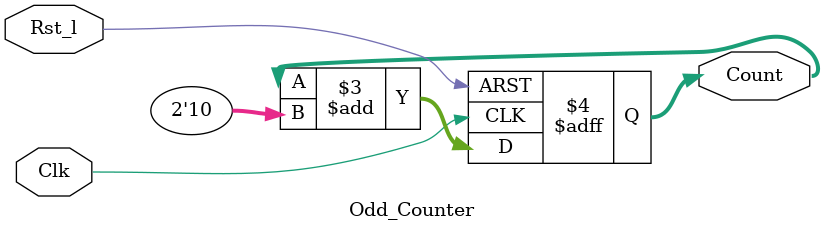
<source format=sv>
module Odd_Counter(
    input Clk, Rst_l,       // Clock and active-low reset inputs
    output logic [31:0] Count // 32-bit counter output
);

    // Always block triggered on the rising edge of Clk or falling edge of Rst_l
    always_ff @ (posedge Clk or negedge Rst_l) begin
        if (~Rst_l)
          Count <= 32'h1; // Set Count to 1 on reset
        else
            Count <= Count + 2'h2; // Increment Count by 2 on each clock cycle
    end
endmodule

</source>
